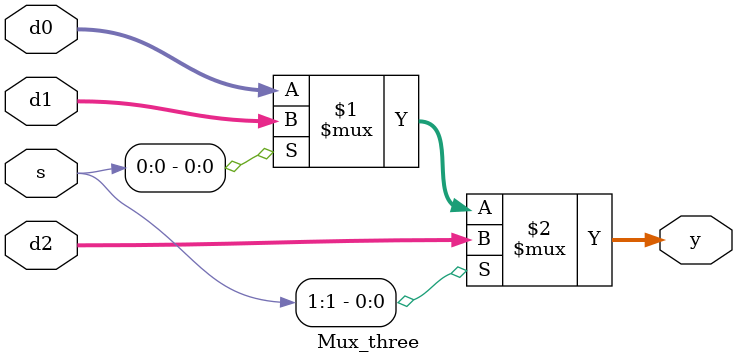
<source format=v>
`timescale 1ns / 1ps


module Mux_three(d0,d1,d2,s,y);
    input [31:0] d0,d1,d2;
    input [1:0] s;
    output [31:0] y;
    assign y= s[1] ? d2:(s[0] ? d1:d0);
endmodule

</source>
